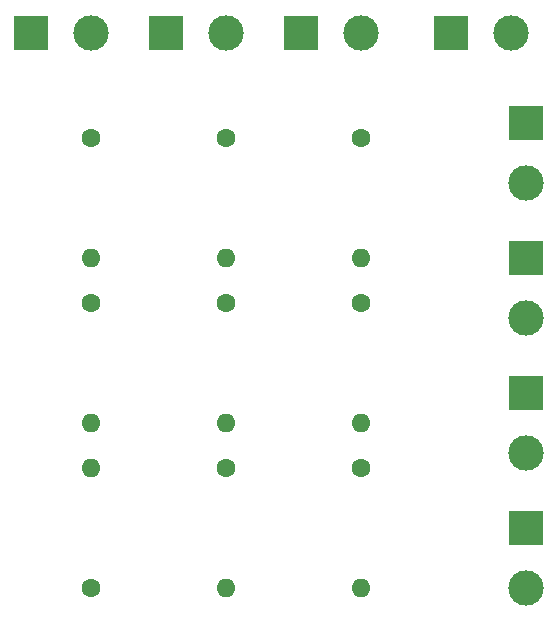
<source format=gbr>
%TF.GenerationSoftware,KiCad,Pcbnew,(5.1.10)-1*%
%TF.CreationDate,2021-11-11T09:34:37-08:00*%
%TF.ProjectId,encoder_5v_to_3v,656e636f-6465-4725-9f35-765f746f5f33,rev?*%
%TF.SameCoordinates,Original*%
%TF.FileFunction,Soldermask,Bot*%
%TF.FilePolarity,Negative*%
%FSLAX46Y46*%
G04 Gerber Fmt 4.6, Leading zero omitted, Abs format (unit mm)*
G04 Created by KiCad (PCBNEW (5.1.10)-1) date 2021-11-11 09:34:37*
%MOMM*%
%LPD*%
G01*
G04 APERTURE LIST*
%ADD10O,1.600000X1.600000*%
%ADD11C,1.600000*%
%ADD12R,3.000000X3.000000*%
%ADD13C,3.000000*%
G04 APERTURE END LIST*
D10*
%TO.C,R1*%
X97790000Y-99060000D03*
D11*
X97790000Y-88900000D03*
%TD*%
D10*
%TO.C,R9*%
X120650000Y-127000000D03*
D11*
X120650000Y-116840000D03*
%TD*%
D10*
%TO.C,R8*%
X120650000Y-113030000D03*
D11*
X120650000Y-102870000D03*
%TD*%
D10*
%TO.C,R7*%
X120650000Y-99060000D03*
D11*
X120650000Y-88900000D03*
%TD*%
D10*
%TO.C,R6*%
X109220000Y-127000000D03*
D11*
X109220000Y-116840000D03*
%TD*%
D10*
%TO.C,R5*%
X109220000Y-113030000D03*
D11*
X109220000Y-102870000D03*
%TD*%
D10*
%TO.C,R4*%
X109220000Y-99060000D03*
D11*
X109220000Y-88900000D03*
%TD*%
D10*
%TO.C,R3*%
X97790000Y-116840000D03*
D11*
X97790000Y-127000000D03*
%TD*%
D10*
%TO.C,R2*%
X97790000Y-113030000D03*
D11*
X97790000Y-102870000D03*
%TD*%
D12*
%TO.C,J1*%
X92710000Y-80010000D03*
D13*
X97790000Y-80010000D03*
%TD*%
%TO.C,J2*%
X109220000Y-80010000D03*
D12*
X104140000Y-80010000D03*
%TD*%
%TO.C,J3*%
X115570000Y-80010000D03*
D13*
X120650000Y-80010000D03*
%TD*%
D12*
%TO.C,J4*%
X128270000Y-80010000D03*
D13*
X133350000Y-80010000D03*
%TD*%
%TO.C,J5*%
X134620000Y-127000000D03*
D12*
X134620000Y-121920000D03*
%TD*%
%TO.C,J6*%
X134620000Y-110490000D03*
D13*
X134620000Y-115570000D03*
%TD*%
%TO.C,J7*%
X134620000Y-104140000D03*
D12*
X134620000Y-99060000D03*
%TD*%
%TO.C,J8*%
X134620000Y-87630000D03*
D13*
X134620000Y-92710000D03*
%TD*%
M02*

</source>
